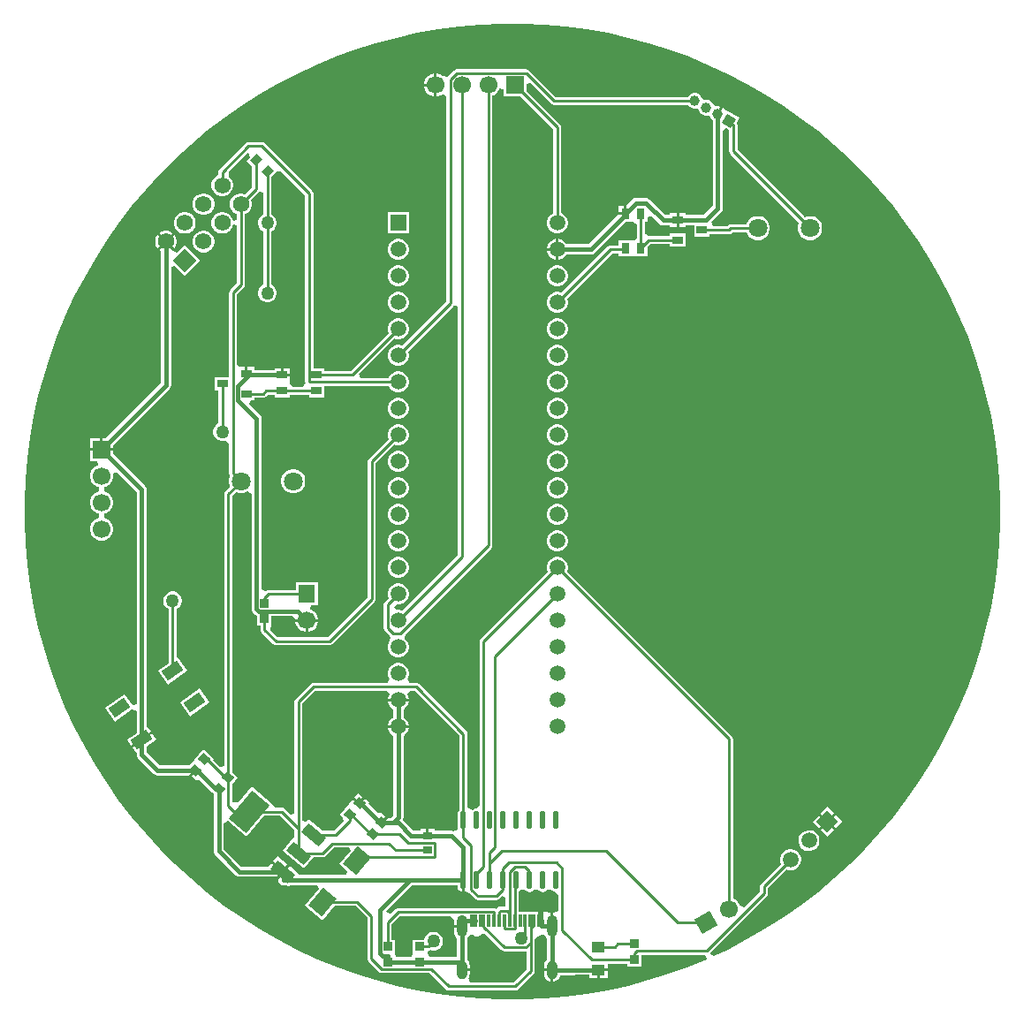
<source format=gtl>
G04*
G04 #@! TF.GenerationSoftware,Altium Limited,Altium Designer,24.6.1 (21)*
G04*
G04 Layer_Physical_Order=1*
G04 Layer_Color=255*
%FSLAX25Y25*%
%MOIN*%
G70*
G04*
G04 #@! TF.SameCoordinates,C93C9CB5-FBF7-4B20-BE99-6934CCFB3FDC*
G04*
G04*
G04 #@! TF.FilePolarity,Positive*
G04*
G01*
G75*
%ADD11C,0.01000*%
G04:AMPARAMS|DCode=17|XSize=86.61mil|YSize=66.93mil|CornerRadius=0mil|HoleSize=0mil|Usage=FLASHONLY|Rotation=230.000|XOffset=0mil|YOffset=0mil|HoleType=Round|Shape=Rectangle|*
%AMROTATEDRECTD17*
4,1,4,0.00220,0.05469,0.05347,0.01167,-0.00220,-0.05469,-0.05347,-0.01167,0.00220,0.05469,0.0*
%
%ADD17ROTATEDRECTD17*%

%ADD18O,0.02205X0.06870*%
%ADD19R,0.03937X0.03150*%
%ADD20R,0.02953X0.03937*%
G04:AMPARAMS|DCode=21|XSize=70.87mil|YSize=43.31mil|CornerRadius=0mil|HoleSize=0mil|Usage=FLASHONLY|Rotation=35.000|XOffset=0mil|YOffset=0mil|HoleType=Round|Shape=Rectangle|*
%AMROTATEDRECTD21*
4,1,4,-0.01661,-0.03806,-0.04145,-0.00259,0.01661,0.03806,0.04145,0.00259,-0.01661,-0.03806,0.0*
%
%ADD21ROTATEDRECTD21*%

%ADD22R,0.03937X0.02953*%
G04:AMPARAMS|DCode=23|XSize=137.8mil|YSize=86.61mil|CornerRadius=0mil|HoleSize=0mil|Usage=FLASHONLY|Rotation=50.000|XOffset=0mil|YOffset=0mil|HoleType=Round|Shape=Rectangle|*
%AMROTATEDRECTD23*
4,1,4,-0.01111,-0.08062,-0.07746,-0.02494,0.01111,0.08062,0.07746,0.02494,-0.01111,-0.08062,0.0*
%
%ADD23ROTATEDRECTD23*%

G04:AMPARAMS|DCode=24|XSize=43.31mil|YSize=86.61mil|CornerRadius=0mil|HoleSize=0mil|Usage=FLASHONLY|Rotation=50.000|XOffset=0mil|YOffset=0mil|HoleType=Round|Shape=Rectangle|*
%AMROTATEDRECTD24*
4,1,4,0.01926,-0.04443,-0.04709,0.01125,-0.01926,0.04443,0.04709,-0.01125,0.01926,-0.04443,0.0*
%
%ADD24ROTATEDRECTD24*%

G04:AMPARAMS|DCode=25|XSize=31.5mil|YSize=35.43mil|CornerRadius=0mil|HoleSize=0mil|Usage=FLASHONLY|Rotation=50.000|XOffset=0mil|YOffset=0mil|HoleType=Round|Shape=Rectangle|*
%AMROTATEDRECTD25*
4,1,4,0.00345,-0.02345,-0.02369,-0.00068,-0.00345,0.02345,0.02369,0.00068,0.00345,-0.02345,0.0*
%
%ADD25ROTATEDRECTD25*%

%ADD26R,0.03543X0.03150*%
%ADD27R,0.04921X0.03937*%
%ADD60R,0.01181X0.04528*%
%ADD61R,0.03402X0.03175*%
G04:AMPARAMS|DCode=62|XSize=31.75mil|YSize=34.02mil|CornerRadius=0mil|HoleSize=0mil|Usage=FLASHONLY|Rotation=135.000|XOffset=0mil|YOffset=0mil|HoleType=Round|Shape=Rectangle|*
%AMROTATEDRECTD62*
4,1,4,0.02325,0.00080,-0.00080,-0.02325,-0.02325,-0.00080,0.00080,0.02325,0.02325,0.00080,0.0*
%
%ADD62ROTATEDRECTD62*%

%ADD63C,0.01800*%
%ADD64R,0.06693X0.06693*%
%ADD65C,0.06693*%
%ADD66R,0.06693X0.06693*%
G04:AMPARAMS|DCode=67|XSize=66.93mil|YSize=62mil|CornerRadius=0mil|HoleSize=0mil|Usage=FLASHONLY|Rotation=30.000|XOffset=0mil|YOffset=0mil|HoleType=Round|Shape=Rectangle|*
%AMROTATEDRECTD67*
4,1,4,-0.01348,-0.04358,-0.04448,0.01011,0.01348,0.04358,0.04448,-0.01011,-0.01348,-0.04358,0.0*
%
%ADD67ROTATEDRECTD67*%

%ADD68C,0.05906*%
%ADD69P,0.08352X4X91.0*%
%ADD70O,0.03937X0.08268*%
%ADD71O,0.03937X0.07087*%
%ADD72C,0.07087*%
%ADD73P,0.05568X4X195.0*%
%ADD74C,0.03937*%
%ADD75P,0.08768X4X90.0*%
%ADD76C,0.06200*%
%ADD77R,0.05906X0.05906*%
%ADD78R,0.06200X0.06693*%
%ADD79C,0.05000*%
G36*
X-78129Y119466D02*
Y49000D01*
X-78068Y48693D01*
X-78602Y47686D01*
X-79001Y47193D01*
X-82726D01*
X-83833Y48140D01*
Y49092D01*
X-83833D01*
Y51069D01*
X-86802D01*
Y51569D01*
X-87302D01*
Y54045D01*
X-89770D01*
Y53506D01*
X-97306D01*
Y54602D01*
X-99774D01*
Y52027D01*
X-100774D01*
Y54602D01*
X-103243D01*
X-103813Y55866D01*
Y81981D01*
X-101276Y84519D01*
X-100945Y85015D01*
X-100828Y85600D01*
Y112236D01*
X-100775Y112250D01*
X-99840Y112790D01*
X-99077Y113554D01*
X-98537Y114488D01*
X-98258Y115531D01*
Y116611D01*
X-98537Y117654D01*
X-98565Y117701D01*
X-95516Y120750D01*
X-95432Y120875D01*
X-93932Y120437D01*
Y112159D01*
X-94552Y111801D01*
X-95204Y111149D01*
X-95664Y110351D01*
X-95903Y109461D01*
Y108539D01*
X-95664Y107649D01*
X-95204Y106851D01*
X-94552Y106199D01*
X-93932Y105842D01*
Y85659D01*
X-94552Y85301D01*
X-95204Y84649D01*
X-95664Y83851D01*
X-95903Y82961D01*
Y82039D01*
X-95664Y81149D01*
X-95204Y80351D01*
X-94552Y79699D01*
X-93754Y79238D01*
X-92864Y79000D01*
X-91942D01*
X-91052Y79238D01*
X-90254Y79699D01*
X-89602Y80351D01*
X-89141Y81149D01*
X-88903Y82039D01*
Y82961D01*
X-89141Y83851D01*
X-89602Y84649D01*
X-90254Y85301D01*
X-90873Y85659D01*
Y105842D01*
X-90254Y106199D01*
X-89602Y106851D01*
X-89141Y107649D01*
X-88903Y108539D01*
Y109461D01*
X-89141Y110351D01*
X-89602Y111149D01*
X-90254Y111801D01*
X-90873Y112159D01*
Y126273D01*
X-88663Y128483D01*
X-87176Y128513D01*
X-78129Y119466D01*
D02*
G37*
G36*
X12042Y183718D02*
X20044Y183017D01*
X28008Y181969D01*
X35918Y180574D01*
X43761Y178835D01*
X51520Y176756D01*
X59181Y174341D01*
X66729Y171594D01*
X74150Y168520D01*
X81431Y165125D01*
X88556Y161416D01*
X95512Y157399D01*
X102287Y153083D01*
X108867Y148476D01*
X115240Y143586D01*
X121393Y138423D01*
X127316Y132996D01*
X132996Y127316D01*
X138423Y121393D01*
X143586Y115240D01*
X148476Y108867D01*
X153083Y102287D01*
X157399Y95512D01*
X161416Y88556D01*
X165125Y81431D01*
X168520Y74150D01*
X171594Y66729D01*
X174341Y59181D01*
X176756Y51520D01*
X178835Y43761D01*
X180574Y35918D01*
X181969Y28008D01*
X183017Y20044D01*
X183718Y12042D01*
X184068Y4016D01*
Y0D01*
Y-4016D01*
X183718Y-12042D01*
X183017Y-20044D01*
X181969Y-28008D01*
X180574Y-35918D01*
X178835Y-43761D01*
X176756Y-51520D01*
X174341Y-59181D01*
X171594Y-66729D01*
X168520Y-74150D01*
X165125Y-81431D01*
X161416Y-88556D01*
X157399Y-95512D01*
X153083Y-102287D01*
X148476Y-108867D01*
X143586Y-115240D01*
X138423Y-121393D01*
X132996Y-127316D01*
X127316Y-132996D01*
X121393Y-138423D01*
X115240Y-143586D01*
X108867Y-148476D01*
X102287Y-153083D01*
X95512Y-157399D01*
X88556Y-161416D01*
X81431Y-165125D01*
X75995Y-167659D01*
X74393Y-166753D01*
X74710Y-166353D01*
X74382Y-166681D01*
Y-166681D01*
X74979Y-166083D01*
X96081Y-144981D01*
X96413Y-144485D01*
X96529Y-143900D01*
Y-141904D01*
X103464Y-134970D01*
X103519Y-135000D01*
X104529Y-135252D01*
X105569Y-135234D01*
X106570Y-134947D01*
X107462Y-134411D01*
X108185Y-133662D01*
X108689Y-132752D01*
X108941Y-131742D01*
X108923Y-130701D01*
X108636Y-129701D01*
X108100Y-128809D01*
X107352Y-128086D01*
X106441Y-127581D01*
X105431Y-127329D01*
X104391Y-127348D01*
X103390Y-127634D01*
X102498Y-128171D01*
X101775Y-128919D01*
X101271Y-129829D01*
X101019Y-130839D01*
X101037Y-131880D01*
X101302Y-132805D01*
X93919Y-140189D01*
X93587Y-140685D01*
X93471Y-141271D01*
Y-143266D01*
X87531Y-149206D01*
X87301Y-149218D01*
X85909Y-148707D01*
X85766Y-148176D01*
X85194Y-147185D01*
X84385Y-146375D01*
X83394Y-145803D01*
X83245Y-145763D01*
Y-85716D01*
X83129Y-85131D01*
X82797Y-84635D01*
X20685Y-22522D01*
X20953Y-21520D01*
Y-20480D01*
X20683Y-19474D01*
X20163Y-18573D01*
X19427Y-17837D01*
X18526Y-17317D01*
X17520Y-17047D01*
X16480D01*
X15474Y-17317D01*
X14573Y-17837D01*
X13837Y-18573D01*
X13317Y-19474D01*
X13047Y-20480D01*
Y-21520D01*
X13316Y-22522D01*
X-11981Y-47819D01*
X-12313Y-48315D01*
X-12429Y-48900D01*
Y-110590D01*
X-13500Y-111906D01*
X-14320Y-112069D01*
X-15016Y-112534D01*
X-16419Y-111952D01*
X-16971Y-111401D01*
Y-83800D01*
X-17087Y-83215D01*
X-17419Y-82719D01*
X-35219Y-64919D01*
X-35715Y-64587D01*
X-36300Y-64471D01*
X-38769D01*
X-39033Y-64213D01*
X-39573Y-62971D01*
X-39317Y-62526D01*
X-39047Y-61520D01*
Y-60480D01*
X-39317Y-59474D01*
X-39837Y-58573D01*
X-40573Y-57837D01*
X-41474Y-57317D01*
X-42480Y-57047D01*
X-43520D01*
X-44526Y-57317D01*
X-45427Y-57837D01*
X-46163Y-58573D01*
X-46683Y-59474D01*
X-46953Y-60480D01*
Y-61520D01*
X-46683Y-62526D01*
X-46426Y-62971D01*
X-46968Y-64213D01*
X-47231Y-64471D01*
X-75000D01*
X-75585Y-64587D01*
X-76081Y-64919D01*
X-81736Y-70573D01*
X-82067Y-71069D01*
X-82184Y-71654D01*
Y-113852D01*
X-83569Y-114426D01*
X-85919Y-112077D01*
X-86415Y-111745D01*
X-87000Y-111629D01*
X-89684D01*
X-90191Y-110541D01*
Y-110541D01*
X-98358Y-103688D01*
X-103241Y-109506D01*
X-105212Y-109630D01*
X-105699Y-109180D01*
Y-102878D01*
X-103450Y-100198D01*
X-105699Y-98311D01*
Y5982D01*
X-104298Y7383D01*
X-104096Y7266D01*
X-102940Y6957D01*
X-101744D01*
X-100589Y7266D01*
X-99937Y7643D01*
X-98803Y7188D01*
X-98437Y6859D01*
Y-36500D01*
X-98290Y-37241D01*
X-97870Y-37870D01*
X-96870Y-38870D01*
X-96241Y-39290D01*
X-96201Y-39298D01*
Y-43020D01*
X-95029D01*
Y-44500D01*
X-94913Y-45085D01*
X-94581Y-45581D01*
X-90181Y-49981D01*
X-89685Y-50313D01*
X-89100Y-50429D01*
X-69100D01*
X-68515Y-50313D01*
X-68019Y-49981D01*
X-51919Y-33881D01*
X-51587Y-33385D01*
X-51471Y-32800D01*
Y18367D01*
X-44522Y25315D01*
X-43520Y25047D01*
X-42480D01*
X-41474Y25317D01*
X-40573Y25837D01*
X-39837Y26573D01*
X-39317Y27474D01*
X-39047Y28480D01*
Y29520D01*
X-39317Y30526D01*
X-39837Y31427D01*
X-40573Y32163D01*
X-41474Y32683D01*
X-42480Y32953D01*
X-43520D01*
X-44526Y32683D01*
X-45427Y32163D01*
X-46163Y31427D01*
X-46683Y30526D01*
X-46953Y29520D01*
Y28480D01*
X-46685Y27478D01*
X-54081Y20081D01*
X-54413Y19585D01*
X-54529Y19000D01*
Y-32166D01*
X-69734Y-47371D01*
X-88467D01*
X-91318Y-44519D01*
X-90799Y-43020D01*
X-90799D01*
Y-39437D01*
X-83134D01*
X-81846Y-40428D01*
Y-40500D01*
X-77500D01*
X-73154D01*
Y-40428D01*
X-73450Y-39322D01*
X-74022Y-38331D01*
X-74831Y-37522D01*
X-75822Y-36950D01*
X-76208Y-36846D01*
X-76010Y-35346D01*
X-73400D01*
Y-26654D01*
X-81600D01*
Y-29471D01*
X-92000D01*
X-92585Y-29587D01*
X-93081Y-29919D01*
X-93177Y-30014D01*
X-94563Y-29440D01*
Y35200D01*
X-94710Y35941D01*
X-95130Y36570D01*
X-99147Y40586D01*
X-98573Y41972D01*
X-97306D01*
Y43018D01*
X-94100D01*
X-93515Y43134D01*
X-93019Y43466D01*
X-92350Y44134D01*
X-89770D01*
Y43187D01*
X-83833D01*
Y44134D01*
X-76771D01*
Y43187D01*
X-70833D01*
Y47471D01*
X-46681D01*
X-46163Y46573D01*
X-45427Y45837D01*
X-44526Y45317D01*
X-43520Y45047D01*
X-42480D01*
X-41474Y45317D01*
X-40573Y45837D01*
X-39837Y46573D01*
X-39317Y47474D01*
X-39047Y48480D01*
Y49520D01*
X-39317Y50526D01*
X-39837Y51427D01*
X-40573Y52163D01*
X-41474Y52683D01*
X-42480Y52953D01*
X-43520D01*
X-44526Y52683D01*
X-45427Y52163D01*
X-46163Y51427D01*
X-46681Y50529D01*
X-57348D01*
X-57922Y51915D01*
X-44522Y65316D01*
X-43520Y65047D01*
X-42480D01*
X-41474Y65317D01*
X-40573Y65837D01*
X-39837Y66573D01*
X-39317Y67474D01*
X-39047Y68480D01*
Y69520D01*
X-39317Y70526D01*
X-39837Y71427D01*
X-40573Y72163D01*
X-41474Y72683D01*
X-42480Y72953D01*
X-43520D01*
X-44526Y72683D01*
X-45427Y72163D01*
X-46163Y71427D01*
X-46683Y70526D01*
X-46953Y69520D01*
Y68480D01*
X-46685Y67478D01*
X-61065Y53098D01*
X-70833D01*
Y54045D01*
X-75071D01*
Y120100D01*
X-75187Y120685D01*
X-75519Y121181D01*
X-93419Y139081D01*
X-93915Y139413D01*
X-94500Y139529D01*
X-99500D01*
X-100085Y139413D01*
X-100581Y139081D01*
X-110510Y129152D01*
X-110842Y128656D01*
X-110958Y128071D01*
Y126977D01*
X-111012Y126963D01*
X-111946Y126423D01*
X-112710Y125660D01*
X-113250Y124725D01*
X-113529Y123682D01*
Y122602D01*
X-113250Y121560D01*
X-112710Y120625D01*
X-111946Y119861D01*
X-111012Y119322D01*
X-109969Y119042D01*
X-108889D01*
X-107846Y119322D01*
X-106912Y119861D01*
X-106148Y120625D01*
X-105608Y121560D01*
X-105329Y122602D01*
Y123682D01*
X-105608Y124725D01*
X-106148Y125660D01*
X-106912Y126423D01*
X-107083Y128254D01*
X-99759Y135579D01*
X-99457Y135519D01*
X-98963Y133891D01*
X-100337Y132517D01*
X-98127Y130307D01*
Y122465D01*
X-100728Y119864D01*
X-100775Y119892D01*
X-101818Y120171D01*
X-102898D01*
X-103940Y119892D01*
X-104875Y119352D01*
X-105639Y118588D01*
X-106178Y117654D01*
X-106458Y116611D01*
Y115531D01*
X-106178Y114488D01*
X-105639Y113554D01*
X-104875Y112790D01*
X-103940Y112250D01*
X-103887Y112236D01*
Y109954D01*
X-105387Y109757D01*
X-105608Y110582D01*
X-106148Y111518D01*
X-106912Y112281D01*
X-107846Y112821D01*
X-108889Y113100D01*
X-109969D01*
X-111012Y112821D01*
X-111946Y112281D01*
X-112710Y111518D01*
X-113250Y110582D01*
X-113529Y109540D01*
Y108460D01*
X-113250Y107418D01*
X-112710Y106483D01*
X-111946Y105719D01*
X-111012Y105179D01*
X-109969Y104900D01*
X-108889D01*
X-107846Y105179D01*
X-106912Y105719D01*
X-106148Y106483D01*
X-105608Y107418D01*
X-105387Y108243D01*
X-103887Y108046D01*
Y86234D01*
X-106424Y83696D01*
X-106756Y83200D01*
X-106872Y82615D01*
Y50862D01*
X-112298D01*
Y45713D01*
X-110829D01*
Y33358D01*
X-111449Y33001D01*
X-112101Y32349D01*
X-112562Y31551D01*
X-112800Y30661D01*
Y29739D01*
X-112562Y28849D01*
X-112101Y28051D01*
X-111449Y27399D01*
X-110651Y26939D01*
X-109761Y26700D01*
X-108839D01*
X-108372Y26825D01*
X-107257Y26225D01*
X-106872Y25828D01*
Y14499D01*
X-106756Y13914D01*
X-106455Y13464D01*
X-106576Y13254D01*
X-106886Y12098D01*
Y10902D01*
X-106576Y9746D01*
X-106460Y9546D01*
X-108310Y7697D01*
X-108641Y7201D01*
X-108758Y6615D01*
Y-95808D01*
X-110144Y-96382D01*
X-112851Y-93675D01*
X-112450Y-93198D01*
X-116697Y-89635D01*
X-120007Y-93580D01*
D01*
X-120971Y-94729D01*
X-121764Y-95674D01*
X-132986D01*
X-137883Y-90777D01*
Y-88474D01*
X-134283Y-85953D01*
X-135812Y-83770D01*
X-139534Y-86376D01*
X-143255Y-88982D01*
X-141758Y-91121D01*
Y-91580D01*
X-141610Y-92321D01*
X-141190Y-92949D01*
X-135159Y-98981D01*
X-134530Y-99401D01*
X-133789Y-99548D01*
X-122050D01*
X-120154Y-97290D01*
X-119388Y-97933D01*
X-121043Y-99905D01*
X-119303Y-101365D01*
X-119303D01*
X-117849Y-101302D01*
X-114458Y-104693D01*
X-114550Y-104802D01*
X-113301Y-105850D01*
X-113170Y-105981D01*
X-113046Y-106064D01*
X-112709Y-106347D01*
Y-128007D01*
X-112561Y-128749D01*
X-112141Y-129377D01*
X-104370Y-137148D01*
X-103741Y-137568D01*
X-103000Y-137716D01*
X-89090D01*
X-88892Y-137882D01*
X-87179Y-135840D01*
X-90879Y-132735D01*
X-91808Y-133841D01*
X-102198D01*
X-108834Y-127205D01*
Y-117454D01*
X-107334Y-116754D01*
X-100334Y-122628D01*
X-93670Y-114687D01*
X-87634D01*
X-82184Y-120137D01*
Y-122748D01*
X-82703Y-122991D01*
X-82703D01*
X-86772Y-127840D01*
X-78605Y-134693D01*
X-74979Y-130371D01*
X-71500D01*
X-70915Y-130255D01*
X-70419Y-129923D01*
X-67225Y-126729D01*
X-61733D01*
X-61099Y-128089D01*
X-65264Y-133053D01*
X-62165Y-135653D01*
X-62678Y-137063D01*
X-80225D01*
X-80356Y-136780D01*
Y-136780D01*
X-84057Y-133675D01*
X-86092Y-136100D01*
X-88337Y-138776D01*
Y-139000D01*
X-88190Y-139741D01*
X-87770Y-140370D01*
X-87141Y-140790D01*
X-86400Y-140937D01*
X-85251D01*
X-84426Y-141630D01*
X-83845Y-140937D01*
X-73655D01*
X-73021Y-142297D01*
X-78248Y-148527D01*
X-71589Y-154114D01*
X-67102Y-148766D01*
X-59096D01*
X-54729Y-153133D01*
Y-168500D01*
X-54613Y-169085D01*
X-54281Y-169581D01*
X-50282Y-173581D01*
X-49785Y-173913D01*
X-49200Y-174029D01*
X-31334D01*
X-25181Y-180181D01*
X-24685Y-180513D01*
X-24100Y-180629D01*
X1000D01*
X1585Y-180513D01*
X2081Y-180181D01*
X7981Y-174281D01*
X8313Y-173785D01*
X8429Y-173200D01*
Y-162500D01*
Y-161544D01*
X8461Y-161456D01*
X8995Y-160445D01*
X9834Y-160155D01*
X10300Y-159965D01*
X10375Y-159890D01*
X10474Y-159851D01*
X10695Y-159634D01*
X10831Y-159604D01*
X11774Y-159653D01*
X12346Y-159879D01*
X12415Y-160046D01*
X12891Y-160667D01*
X13071Y-160805D01*
Y-169011D01*
X12891Y-169149D01*
X12415Y-169769D01*
X12116Y-170491D01*
X12014Y-171266D01*
Y-172341D01*
X15008D01*
Y-172841D01*
X15508D01*
Y-177344D01*
X15783Y-177308D01*
X16505Y-177009D01*
X17125Y-176533D01*
X17601Y-175913D01*
X17900Y-175191D01*
X17954Y-174778D01*
X23700D01*
X23750Y-174768D01*
X29039D01*
Y-175800D01*
X32000D01*
Y-172831D01*
X32500D01*
Y-172331D01*
X35961D01*
Y-170495D01*
X43299D01*
Y-171554D01*
X48701D01*
Y-167129D01*
X72360D01*
X72925Y-167671D01*
X73413Y-168583D01*
X73303Y-168871D01*
X66729Y-171594D01*
X59181Y-174341D01*
X51520Y-176756D01*
X43761Y-178835D01*
X35918Y-180574D01*
X28008Y-181969D01*
X20044Y-183017D01*
X12042Y-183718D01*
X4016Y-184068D01*
X-4016D01*
X-12042Y-183718D01*
X-20044Y-183017D01*
X-28008Y-181969D01*
X-35918Y-180574D01*
X-43761Y-178835D01*
X-51520Y-176756D01*
X-59181Y-174341D01*
X-66729Y-171594D01*
X-74150Y-168520D01*
X-81431Y-165125D01*
X-88556Y-161416D01*
X-95512Y-157399D01*
X-102287Y-153083D01*
X-108867Y-148476D01*
X-115240Y-143586D01*
X-121393Y-138423D01*
X-127316Y-132996D01*
X-132996Y-127316D01*
X-138423Y-121393D01*
X-143586Y-115240D01*
X-148476Y-108867D01*
X-153083Y-102287D01*
X-157399Y-95512D01*
X-161416Y-88556D01*
X-165125Y-81431D01*
X-168520Y-74150D01*
X-171594Y-66729D01*
X-174341Y-59181D01*
X-176756Y-51520D01*
X-178835Y-43761D01*
X-180574Y-35918D01*
X-181969Y-28008D01*
X-183017Y-20044D01*
X-183718Y-12042D01*
X-184068Y-4016D01*
Y0D01*
Y4016D01*
X-183718Y12042D01*
X-183017Y20044D01*
X-181969Y28008D01*
X-180574Y35918D01*
X-178835Y43761D01*
X-176756Y51520D01*
X-174341Y59181D01*
X-171594Y66729D01*
X-168520Y74150D01*
X-165125Y81431D01*
X-161416Y88556D01*
X-157399Y95512D01*
X-153083Y102287D01*
X-148476Y108867D01*
X-143586Y115240D01*
X-138423Y121393D01*
X-132996Y127316D01*
X-127316Y132996D01*
X-121393Y138423D01*
X-115240Y143586D01*
X-108867Y148476D01*
X-102287Y153083D01*
X-95512Y157399D01*
X-88556Y161416D01*
X-81431Y165125D01*
X-74150Y168520D01*
X-66729Y171594D01*
X-59181Y174341D01*
X-51520Y176756D01*
X-43761Y178835D01*
X-35918Y180574D01*
X-28008Y181969D01*
X-20044Y183017D01*
X-12042Y183718D01*
X-4016Y184068D01*
X4016D01*
X12042Y183718D01*
D02*
G37*
G36*
X-20029Y-84434D02*
Y-112554D01*
X-20480Y-113229D01*
X-20643Y-114049D01*
Y-118715D01*
X-20480Y-119535D01*
X-20618Y-119793D01*
X-20683Y-119862D01*
X-22259Y-120454D01*
X-23000Y-120307D01*
X-29228D01*
Y-119669D01*
X-31500D01*
Y-122244D01*
X-32500D01*
Y-119669D01*
X-34772D01*
Y-120307D01*
X-37442D01*
X-41374Y-116375D01*
X-41210Y-116130D01*
X-41063Y-115389D01*
Y-84446D01*
X-40573Y-84163D01*
X-39837Y-83427D01*
X-39317Y-82526D01*
X-39047Y-81520D01*
Y-81500D01*
X-46953D01*
Y-81520D01*
X-46683Y-82526D01*
X-46163Y-83427D01*
X-45427Y-84163D01*
X-44937Y-84446D01*
Y-114586D01*
X-45802Y-115452D01*
X-46950D01*
X-48845Y-117710D01*
X-49611Y-117067D01*
X-47956Y-115095D01*
X-49697Y-113635D01*
X-49697D01*
X-50768Y-113682D01*
X-54316Y-110134D01*
X-53950Y-109698D01*
X-55690Y-108238D01*
X-57345Y-110210D01*
X-57728Y-109889D01*
X-58050Y-110272D01*
X-60173Y-108490D01*
X-60806Y-109244D01*
X-61720Y-110334D01*
X-61740Y-110357D01*
X-61740Y-110357D01*
X-65050Y-114302D01*
X-63827Y-115328D01*
X-63761Y-116827D01*
X-67311Y-120376D01*
X-71732D01*
X-76883Y-116054D01*
X-77715Y-117046D01*
X-79125Y-116533D01*
Y-72288D01*
X-74366Y-67529D01*
X-47231D01*
X-46968Y-67787D01*
X-46426Y-69029D01*
X-46683Y-69474D01*
X-46953Y-70480D01*
Y-70500D01*
X-39047D01*
Y-70480D01*
X-39317Y-69474D01*
X-39573Y-69029D01*
X-39033Y-67787D01*
X-38769Y-67529D01*
X-36933D01*
X-20029Y-84434D01*
D02*
G37*
G36*
X-18000Y-143377D02*
X-17680Y-143313D01*
X-16581Y-143581D01*
X-16183Y-143980D01*
X-14081Y-146081D01*
X-13585Y-146413D01*
X-13000Y-146529D01*
X-6000D01*
X-5415Y-146413D01*
X-4919Y-146081D01*
X-3931Y-145094D01*
X-2545Y-145668D01*
Y-148924D01*
X-4367D01*
X-4953Y-149040D01*
X-5449Y-149372D01*
X-5933Y-149856D01*
X-6336Y-149587D01*
X-6921Y-149471D01*
X-43000D01*
X-43585Y-149587D01*
X-44082Y-149919D01*
X-45835Y-151672D01*
X-47428Y-151144D01*
X-47515Y-150554D01*
X-37898Y-140937D01*
X-20643D01*
Y-141333D01*
X-20480Y-142153D01*
X-20016Y-142848D01*
X-19320Y-143313D01*
X-19000Y-143377D01*
Y-139000D01*
X-18000D01*
Y-143377D01*
D02*
G37*
G36*
X14833Y-142622D02*
X14985Y-142848D01*
X15680Y-143313D01*
X16500Y-143476D01*
X17356Y-144835D01*
Y-150419D01*
X17242Y-150581D01*
X15856Y-151357D01*
X15783Y-151327D01*
X15508Y-151290D01*
Y-156384D01*
X14508D01*
Y-151290D01*
X14280Y-151320D01*
X14222Y-151323D01*
X12779Y-150895D01*
Y-150895D01*
X11689D01*
Y-154159D01*
X10689D01*
Y-150895D01*
X10508D01*
Y-154159D01*
X9630D01*
Y-150895D01*
X2482D01*
Y-143205D01*
X3016Y-142848D01*
X3167Y-142623D01*
X3277Y-142584D01*
X4723D01*
X4834Y-142623D01*
X4984Y-142848D01*
X5680Y-143313D01*
X6500Y-143476D01*
X7320Y-143313D01*
X8016Y-142848D01*
X8167Y-142622D01*
X8278Y-142584D01*
X9722D01*
X9833Y-142622D01*
X9984Y-142848D01*
X10680Y-143313D01*
X11500Y-143476D01*
X12320Y-143313D01*
X13016Y-142848D01*
X13167Y-142622D01*
X13278Y-142584D01*
X14722D01*
X14833Y-142622D01*
D02*
G37*
G36*
X-10209Y-159312D02*
X-4139Y-165381D01*
X-3643Y-165713D01*
X-3058Y-165829D01*
X5100D01*
X5371Y-166051D01*
Y-172566D01*
X366Y-177571D01*
X-15890D01*
X-15936Y-177522D01*
X-16536Y-176071D01*
X-16415Y-175913D01*
X-16116Y-175191D01*
X-16014Y-174416D01*
Y-173341D01*
X-19008D01*
Y-172341D01*
X-16014D01*
Y-171266D01*
X-16116Y-170491D01*
X-16415Y-169769D01*
X-16891Y-169149D01*
X-17071Y-169011D01*
Y-160805D01*
X-16891Y-160667D01*
X-16415Y-160046D01*
X-16345Y-159879D01*
X-15772Y-159652D01*
X-14831Y-159604D01*
X-14694Y-159634D01*
X-14473Y-159851D01*
X-14374Y-159891D01*
X-14299Y-159966D01*
X-13833Y-160155D01*
X-13727Y-160155D01*
X-13629Y-160196D01*
X-13126Y-160196D01*
X-13028Y-160155D01*
X-12922Y-160155D01*
X-12456Y-159965D01*
X-12381Y-159890D01*
X-12282Y-159851D01*
X-11924Y-159499D01*
X-11373Y-159318D01*
X-10252Y-159295D01*
X-10209Y-159312D01*
D02*
G37*
G36*
X-22808Y-152777D02*
X-21977Y-154029D01*
X-22002Y-154219D01*
Y-155884D01*
X-19008D01*
Y-156884D01*
X-22002D01*
Y-158549D01*
X-21900Y-159324D01*
X-21601Y-160046D01*
X-21125Y-160667D01*
X-20945Y-160805D01*
Y-168029D01*
X-31231D01*
X-32052Y-166529D01*
X-31734Y-165563D01*
X-31149Y-165447D01*
X-30923Y-165296D01*
X-30161Y-165500D01*
X-29239D01*
X-28349Y-165261D01*
X-27551Y-164801D01*
X-26899Y-164149D01*
X-26439Y-163351D01*
X-26200Y-162461D01*
Y-161539D01*
X-26439Y-160649D01*
X-26899Y-159851D01*
X-27551Y-159199D01*
X-28349Y-158739D01*
X-29239Y-158500D01*
X-30161D01*
X-31051Y-158739D01*
X-31849Y-159199D01*
X-32501Y-159851D01*
X-32961Y-160649D01*
X-33175Y-161446D01*
X-37701D01*
Y-165878D01*
X-37701Y-166622D01*
X-37925Y-168029D01*
X-44075D01*
X-44299Y-166622D01*
X-44299Y-166621D01*
Y-161446D01*
X-45471D01*
Y-155633D01*
X-42366Y-152529D01*
X-23145D01*
X-22808Y-152777D01*
D02*
G37*
%LPC*%
G36*
X-83833Y54045D02*
X-86302D01*
Y52069D01*
X-83833D01*
Y54045D01*
D02*
G37*
G36*
X5300Y166929D02*
X-21000D01*
X-21585Y166813D01*
X-22081Y166481D01*
X-24194Y164369D01*
X-24698Y164103D01*
X-26095Y164242D01*
X-26331Y164478D01*
X-27322Y165050D01*
X-28428Y165347D01*
X-28500D01*
Y161000D01*
Y156653D01*
X-28428D01*
X-27322Y156950D01*
X-26429Y157465D01*
X-26003Y157354D01*
X-24929Y156802D01*
Y79233D01*
X-41478Y62685D01*
X-42480Y62953D01*
X-43520D01*
X-44526Y62683D01*
X-45427Y62163D01*
X-46163Y61427D01*
X-46683Y60526D01*
X-46953Y59520D01*
Y58480D01*
X-46683Y57474D01*
X-46163Y56573D01*
X-45427Y55837D01*
X-44526Y55317D01*
X-43520Y55047D01*
X-42480D01*
X-41474Y55317D01*
X-40573Y55837D01*
X-39837Y56573D01*
X-39317Y57474D01*
X-39047Y58480D01*
Y59520D01*
X-39316Y60522D01*
X-22319Y77519D01*
X-22029Y77951D01*
X-21917Y77973D01*
X-20529Y77533D01*
Y-16366D01*
X-41478Y-37315D01*
X-42480Y-37047D01*
X-43520D01*
X-44502Y-36087D01*
X-43788Y-35262D01*
X-43277Y-34953D01*
X-42480D01*
X-41474Y-34683D01*
X-40573Y-34163D01*
X-39837Y-33427D01*
X-39317Y-32526D01*
X-39047Y-31520D01*
Y-30480D01*
X-39317Y-29474D01*
X-39837Y-28573D01*
X-40573Y-27837D01*
X-41474Y-27317D01*
X-42480Y-27047D01*
X-43520D01*
X-44526Y-27317D01*
X-45427Y-27837D01*
X-46163Y-28573D01*
X-46683Y-29474D01*
X-46953Y-30480D01*
Y-31520D01*
X-46685Y-32522D01*
X-48081Y-33919D01*
X-48413Y-34415D01*
X-48529Y-35000D01*
Y-44000D01*
X-48413Y-44585D01*
X-48081Y-45081D01*
X-46371Y-46791D01*
X-46083Y-47111D01*
X-46162Y-48559D01*
X-46213Y-48660D01*
X-46683Y-49474D01*
X-46953Y-50480D01*
Y-51520D01*
X-46683Y-52526D01*
X-46163Y-53427D01*
X-45427Y-54163D01*
X-44526Y-54683D01*
X-43520Y-54953D01*
X-42480D01*
X-41474Y-54683D01*
X-40573Y-54163D01*
X-39837Y-53427D01*
X-39317Y-52526D01*
X-39047Y-51520D01*
Y-50480D01*
X-39317Y-49474D01*
X-39837Y-48573D01*
X-40264Y-48147D01*
X-40569Y-47806D01*
X-40363Y-46226D01*
X-7919Y-13781D01*
X-7587Y-13285D01*
X-7471Y-12700D01*
Y156910D01*
X-7322Y156950D01*
X-6331Y157522D01*
X-5522Y158331D01*
X-4950Y159322D01*
X-4846Y159708D01*
X-3347Y159510D01*
Y156653D01*
X3184D01*
X15471Y144367D01*
Y112681D01*
X14573Y112163D01*
X13837Y111427D01*
X13317Y110526D01*
X13047Y109520D01*
Y108480D01*
X13317Y107474D01*
X13837Y106573D01*
X14573Y105837D01*
X15474Y105317D01*
X16480Y105047D01*
X17520D01*
X18526Y105317D01*
X19427Y105837D01*
X20163Y106573D01*
X20683Y107474D01*
X20953Y108480D01*
Y109520D01*
X20683Y110526D01*
X20163Y111427D01*
X19427Y112163D01*
X18529Y112681D01*
Y145000D01*
X18413Y145585D01*
X18081Y146081D01*
X5347Y158816D01*
Y161231D01*
X6732Y161805D01*
X14619Y153919D01*
X15115Y153587D01*
X15700Y153471D01*
X66295D01*
X66464Y153177D01*
X67017Y152625D01*
X67694Y152234D01*
X68449Y152032D01*
X69231D01*
X70051Y152097D01*
X70404Y151354D01*
X70794Y150677D01*
X71347Y150125D01*
X72024Y149734D01*
X72779Y149531D01*
X73561D01*
X74381Y149597D01*
X74734Y148854D01*
X75125Y148177D01*
X75563Y147739D01*
Y115302D01*
X72198Y111937D01*
X65469D01*
Y112575D01*
X63000D01*
Y110000D01*
Y107425D01*
X65469D01*
Y108063D01*
X68587D01*
Y103685D01*
X74524D01*
Y104731D01*
X81700D01*
X82285Y104847D01*
X82781Y105179D01*
X83074Y105471D01*
X88364D01*
X88424Y105246D01*
X89022Y104210D01*
X89868Y103365D01*
X90904Y102766D01*
X92059Y102457D01*
X93256D01*
X94411Y102766D01*
X95447Y103365D01*
X96293Y104210D01*
X96891Y105246D01*
X97201Y106402D01*
Y107598D01*
X96891Y108754D01*
X96293Y109790D01*
X95447Y110635D01*
X94411Y111234D01*
X93256Y111543D01*
X92059D01*
X90904Y111234D01*
X89868Y110635D01*
X89022Y109790D01*
X88424Y108754D01*
X88364Y108529D01*
X82440D01*
X81855Y108413D01*
X81359Y108081D01*
X81067Y107789D01*
X75650D01*
X75029Y109289D01*
X78870Y113130D01*
X79290Y113759D01*
X79437Y114500D01*
Y143887D01*
X80670Y144599D01*
X81871Y143906D01*
Y135944D01*
X81987Y135359D01*
X82319Y134862D01*
X108225Y108956D01*
X108109Y108754D01*
X107799Y107598D01*
Y106402D01*
X108109Y105246D01*
X108707Y104210D01*
X109553Y103365D01*
X110589Y102766D01*
X111744Y102457D01*
X112941D01*
X114096Y102766D01*
X115132Y103365D01*
X115978Y104210D01*
X116576Y105246D01*
X116886Y106402D01*
Y107598D01*
X116576Y108754D01*
X115978Y109790D01*
X115132Y110635D01*
X114096Y111234D01*
X112941Y111543D01*
X111744D01*
X110589Y111234D01*
X110389Y111118D01*
X84929Y136577D01*
Y145930D01*
X84813Y146516D01*
X84747Y146615D01*
X85885Y148587D01*
X80744Y151555D01*
D01*
X79426Y152272D01*
X79403Y152295D01*
X77933Y149750D01*
X77067Y150250D01*
X78537Y152796D01*
X77891Y152969D01*
X77109D01*
X76289Y152903D01*
X75936Y153646D01*
X75545Y154323D01*
X74993Y154875D01*
X74316Y155266D01*
X73561Y155468D01*
X72779D01*
X71959Y155403D01*
X71606Y156146D01*
X71215Y156823D01*
X70662Y157375D01*
X69986Y157766D01*
X69231Y157968D01*
X68449D01*
X67694Y157766D01*
X67017Y157375D01*
X66464Y156823D01*
X66295Y156529D01*
X16333D01*
X6381Y166481D01*
X5885Y166813D01*
X5300Y166929D01*
D02*
G37*
G36*
X-29500Y165347D02*
X-29572D01*
X-30678Y165050D01*
X-31669Y164478D01*
X-32478Y163669D01*
X-33050Y162678D01*
X-33346Y161572D01*
Y161500D01*
X-29500D01*
Y165347D01*
D02*
G37*
G36*
Y160500D02*
X-33346D01*
Y160428D01*
X-33050Y159322D01*
X-32478Y158331D01*
X-31669Y157522D01*
X-30678Y156950D01*
X-29572Y156653D01*
X-29500D01*
Y160500D01*
D02*
G37*
G36*
X42095Y115469D02*
X40118D01*
Y113000D01*
X42095D01*
Y115469D01*
D02*
G37*
G36*
X-115960Y120171D02*
X-117040D01*
X-118082Y119892D01*
X-119018Y119352D01*
X-119781Y118588D01*
X-120321Y117654D01*
X-120600Y116611D01*
Y115531D01*
X-120321Y114488D01*
X-119781Y113554D01*
X-119018Y112790D01*
X-118082Y112250D01*
X-117040Y111971D01*
X-115960D01*
X-114918Y112250D01*
X-113982Y112790D01*
X-113219Y113554D01*
X-112679Y114488D01*
X-112400Y115531D01*
Y116611D01*
X-112679Y117654D01*
X-113219Y118588D01*
X-113982Y119352D01*
X-114918Y119892D01*
X-115960Y120171D01*
D02*
G37*
G36*
X50416Y118421D02*
X46578D01*
X45837Y118274D01*
X45209Y117854D01*
X43095Y115740D01*
Y112500D01*
X42595D01*
Y112000D01*
X39855D01*
X28792Y100937D01*
X20446D01*
X20163Y101427D01*
X19427Y102163D01*
X18526Y102683D01*
X17520Y102953D01*
X17500D01*
Y99000D01*
Y95047D01*
X17520D01*
X18526Y95317D01*
X19427Y95837D01*
X20163Y96573D01*
X20446Y97063D01*
X29595D01*
X30336Y97210D01*
X30964Y97630D01*
X42866Y109531D01*
X44524D01*
X45071Y109531D01*
Y109531D01*
X45471D01*
X46971Y108424D01*
Y103529D01*
X45910Y102469D01*
X45071D01*
X44524Y102469D01*
X40118D01*
Y100529D01*
X37000D01*
X36415Y100413D01*
X35919Y100081D01*
X18522Y82684D01*
X17520Y82953D01*
X16480D01*
X15474Y82683D01*
X14573Y82163D01*
X13837Y81427D01*
X13317Y80526D01*
X13047Y79520D01*
Y78480D01*
X13317Y77474D01*
X13837Y76573D01*
X14573Y75837D01*
X15474Y75317D01*
X16480Y75047D01*
X17520D01*
X18526Y75317D01*
X19427Y75837D01*
X20163Y76573D01*
X20683Y77474D01*
X20953Y78480D01*
Y79520D01*
X20685Y80522D01*
X37633Y97471D01*
X40118D01*
Y96531D01*
X44524D01*
X46024Y96531D01*
X46571Y96531D01*
X50976D01*
Y99813D01*
X52153Y100990D01*
X59531D01*
Y99945D01*
X65469D01*
Y105094D01*
X59531D01*
Y104049D01*
X51520D01*
X50228Y104868D01*
X50029Y105132D01*
Y109531D01*
X50976D01*
Y111224D01*
X52362Y111798D01*
X55530Y108630D01*
X56159Y108210D01*
X56900Y108063D01*
X59531D01*
Y107425D01*
X62000D01*
Y110000D01*
Y112575D01*
X59531D01*
Y111937D01*
X57702D01*
X51786Y117854D01*
X51157Y118274D01*
X50416Y118421D01*
D02*
G37*
G36*
X-39047Y112953D02*
X-46953D01*
Y105047D01*
X-39047D01*
Y112953D01*
D02*
G37*
G36*
X-123031Y113100D02*
X-124111D01*
X-125154Y112821D01*
X-126089Y112281D01*
X-126852Y111518D01*
X-127392Y110582D01*
X-127671Y109540D01*
Y108460D01*
X-127392Y107418D01*
X-126852Y106483D01*
X-126089Y105719D01*
X-125154Y105179D01*
X-124111Y104900D01*
X-123031D01*
X-121988Y105179D01*
X-121054Y105719D01*
X-120290Y106483D01*
X-119750Y107418D01*
X-119471Y108460D01*
Y109540D01*
X-119750Y110582D01*
X-120290Y111518D01*
X-121054Y112281D01*
X-121988Y112821D01*
X-123031Y113100D01*
D02*
G37*
G36*
X-130102Y106029D02*
X-131182D01*
X-132225Y105750D01*
X-133160Y105210D01*
X-133188Y105182D01*
X-130642Y102636D01*
X-128097Y105182D01*
X-128125Y105210D01*
X-129060Y105750D01*
X-130102Y106029D01*
D02*
G37*
G36*
X16500Y102953D02*
X16480D01*
X15474Y102683D01*
X14573Y102163D01*
X13837Y101427D01*
X13317Y100526D01*
X13047Y99520D01*
Y99500D01*
X16500D01*
Y102953D01*
D02*
G37*
G36*
X-127390Y104475D02*
X-129935Y101929D01*
X-127390Y99383D01*
X-127361Y99411D01*
X-126822Y100347D01*
X-126542Y101389D01*
Y102469D01*
X-126822Y103512D01*
X-127361Y104446D01*
X-127390Y104475D01*
D02*
G37*
G36*
X-133895D02*
X-133923Y104446D01*
X-134463Y103512D01*
X-134742Y102469D01*
Y101389D01*
X-134463Y100347D01*
X-133923Y99411D01*
X-133895Y99383D01*
X-131349Y101929D01*
X-133895Y104475D01*
D02*
G37*
G36*
X-115960Y106029D02*
X-117040D01*
X-118082Y105750D01*
X-119018Y105210D01*
X-119781Y104446D01*
X-120321Y103512D01*
X-120600Y102469D01*
Y101389D01*
X-120321Y100347D01*
X-119781Y99411D01*
X-119018Y98648D01*
X-118082Y98108D01*
X-117040Y97829D01*
X-115960D01*
X-114918Y98108D01*
X-113982Y98648D01*
X-113219Y99411D01*
X-112679Y100347D01*
X-112400Y101389D01*
Y102469D01*
X-112679Y103512D01*
X-113219Y104446D01*
X-113982Y105210D01*
X-114918Y105750D01*
X-115960Y106029D01*
D02*
G37*
G36*
X16500Y98500D02*
X13047D01*
Y98480D01*
X13317Y97474D01*
X13837Y96573D01*
X14573Y95837D01*
X15474Y95317D01*
X16480Y95047D01*
X16500D01*
Y98500D01*
D02*
G37*
G36*
X-42480Y102953D02*
X-43520D01*
X-44526Y102683D01*
X-45427Y102163D01*
X-46163Y101427D01*
X-46683Y100526D01*
X-46953Y99520D01*
Y98480D01*
X-46683Y97474D01*
X-46163Y96573D01*
X-45427Y95837D01*
X-44526Y95317D01*
X-43520Y95047D01*
X-42480D01*
X-41474Y95317D01*
X-40573Y95837D01*
X-39837Y96573D01*
X-39317Y97474D01*
X-39047Y98480D01*
Y99520D01*
X-39317Y100526D01*
X-39837Y101427D01*
X-40573Y102163D01*
X-41474Y102683D01*
X-42480Y102953D01*
D02*
G37*
G36*
X-130642Y101222D02*
X-133188Y98676D01*
X-133160Y98648D01*
X-132579Y98313D01*
Y48660D01*
X-153393Y27846D01*
X-154500D01*
Y24000D01*
X-150654D01*
Y25107D01*
X-129272Y46488D01*
X-128852Y47116D01*
X-128705Y47858D01*
Y92234D01*
X-127319Y92808D01*
X-123571Y89060D01*
X-117773Y94858D01*
X-123571Y100656D01*
X-126414Y97813D01*
X-127300Y97930D01*
X-127982Y98366D01*
X-127978Y98557D01*
X-130642Y101222D01*
D02*
G37*
G36*
X17520Y92953D02*
X16480D01*
X15474Y92683D01*
X14573Y92163D01*
X13837Y91427D01*
X13317Y90526D01*
X13047Y89520D01*
Y88480D01*
X13317Y87474D01*
X13837Y86573D01*
X14573Y85837D01*
X15474Y85317D01*
X16480Y85047D01*
X17520D01*
X18526Y85317D01*
X19427Y85837D01*
X20163Y86573D01*
X20683Y87474D01*
X20953Y88480D01*
Y89520D01*
X20683Y90526D01*
X20163Y91427D01*
X19427Y92163D01*
X18526Y92683D01*
X17520Y92953D01*
D02*
G37*
G36*
X-42480D02*
X-43520D01*
X-44526Y92683D01*
X-45427Y92163D01*
X-46163Y91427D01*
X-46683Y90526D01*
X-46953Y89520D01*
Y88480D01*
X-46683Y87474D01*
X-46163Y86573D01*
X-45427Y85837D01*
X-44526Y85317D01*
X-43520Y85047D01*
X-42480D01*
X-41474Y85317D01*
X-40573Y85837D01*
X-39837Y86573D01*
X-39317Y87474D01*
X-39047Y88480D01*
Y89520D01*
X-39317Y90526D01*
X-39837Y91427D01*
X-40573Y92163D01*
X-41474Y92683D01*
X-42480Y92953D01*
D02*
G37*
G36*
Y82953D02*
X-43520D01*
X-44526Y82683D01*
X-45427Y82163D01*
X-46163Y81427D01*
X-46683Y80526D01*
X-46953Y79520D01*
Y78480D01*
X-46683Y77474D01*
X-46163Y76573D01*
X-45427Y75837D01*
X-44526Y75317D01*
X-43520Y75047D01*
X-42480D01*
X-41474Y75317D01*
X-40573Y75837D01*
X-39837Y76573D01*
X-39317Y77474D01*
X-39047Y78480D01*
Y79520D01*
X-39317Y80526D01*
X-39837Y81427D01*
X-40573Y82163D01*
X-41474Y82683D01*
X-42480Y82953D01*
D02*
G37*
G36*
X17520Y72953D02*
X16480D01*
X15474Y72683D01*
X14573Y72163D01*
X13837Y71427D01*
X13317Y70526D01*
X13047Y69520D01*
Y68480D01*
X13317Y67474D01*
X13837Y66573D01*
X14573Y65837D01*
X15474Y65317D01*
X16480Y65047D01*
X17520D01*
X18526Y65317D01*
X19427Y65837D01*
X20163Y66573D01*
X20683Y67474D01*
X20953Y68480D01*
Y69520D01*
X20683Y70526D01*
X20163Y71427D01*
X19427Y72163D01*
X18526Y72683D01*
X17520Y72953D01*
D02*
G37*
G36*
Y62953D02*
X16480D01*
X15474Y62683D01*
X14573Y62163D01*
X13837Y61427D01*
X13317Y60526D01*
X13047Y59520D01*
Y58480D01*
X13317Y57474D01*
X13837Y56573D01*
X14573Y55837D01*
X15474Y55317D01*
X16480Y55047D01*
X17520D01*
X18526Y55317D01*
X19427Y55837D01*
X20163Y56573D01*
X20683Y57474D01*
X20953Y58480D01*
Y59520D01*
X20683Y60526D01*
X20163Y61427D01*
X19427Y62163D01*
X18526Y62683D01*
X17520Y62953D01*
D02*
G37*
G36*
Y52953D02*
X16480D01*
X15474Y52683D01*
X14573Y52163D01*
X13837Y51427D01*
X13317Y50526D01*
X13047Y49520D01*
Y48480D01*
X13317Y47474D01*
X13837Y46573D01*
X14573Y45837D01*
X15474Y45317D01*
X16480Y45047D01*
X17520D01*
X18526Y45317D01*
X19427Y45837D01*
X20163Y46573D01*
X20683Y47474D01*
X20953Y48480D01*
Y49520D01*
X20683Y50526D01*
X20163Y51427D01*
X19427Y52163D01*
X18526Y52683D01*
X17520Y52953D01*
D02*
G37*
G36*
Y42953D02*
X16480D01*
X15474Y42683D01*
X14573Y42163D01*
X13837Y41427D01*
X13317Y40526D01*
X13047Y39520D01*
Y38480D01*
X13317Y37474D01*
X13837Y36573D01*
X14573Y35837D01*
X15474Y35317D01*
X16480Y35047D01*
X17520D01*
X18526Y35317D01*
X19427Y35837D01*
X20163Y36573D01*
X20683Y37474D01*
X20953Y38480D01*
Y39520D01*
X20683Y40526D01*
X20163Y41427D01*
X19427Y42163D01*
X18526Y42683D01*
X17520Y42953D01*
D02*
G37*
G36*
X-42480D02*
X-43520D01*
X-44526Y42683D01*
X-45427Y42163D01*
X-46163Y41427D01*
X-46683Y40526D01*
X-46953Y39520D01*
Y38480D01*
X-46683Y37474D01*
X-46163Y36573D01*
X-45427Y35837D01*
X-44526Y35317D01*
X-43520Y35047D01*
X-42480D01*
X-41474Y35317D01*
X-40573Y35837D01*
X-39837Y36573D01*
X-39317Y37474D01*
X-39047Y38480D01*
Y39520D01*
X-39317Y40526D01*
X-39837Y41427D01*
X-40573Y42163D01*
X-41474Y42683D01*
X-42480Y42953D01*
D02*
G37*
G36*
X17520Y32953D02*
X16480D01*
X15474Y32683D01*
X14573Y32163D01*
X13837Y31427D01*
X13317Y30526D01*
X13047Y29520D01*
Y28480D01*
X13317Y27474D01*
X13837Y26573D01*
X14573Y25837D01*
X15474Y25317D01*
X16480Y25047D01*
X17520D01*
X18526Y25317D01*
X19427Y25837D01*
X20163Y26573D01*
X20683Y27474D01*
X20953Y28480D01*
Y29520D01*
X20683Y30526D01*
X20163Y31427D01*
X19427Y32163D01*
X18526Y32683D01*
X17520Y32953D01*
D02*
G37*
G36*
X-155500Y27846D02*
X-159346D01*
Y24000D01*
X-155500D01*
Y27846D01*
D02*
G37*
G36*
X17520Y22953D02*
X16480D01*
X15474Y22683D01*
X14573Y22163D01*
X13837Y21427D01*
X13317Y20526D01*
X13047Y19520D01*
Y18480D01*
X13317Y17474D01*
X13837Y16573D01*
X14573Y15837D01*
X15474Y15317D01*
X16480Y15047D01*
X17520D01*
X18526Y15317D01*
X19427Y15837D01*
X20163Y16573D01*
X20683Y17474D01*
X20953Y18480D01*
Y19520D01*
X20683Y20526D01*
X20163Y21427D01*
X19427Y22163D01*
X18526Y22683D01*
X17520Y22953D01*
D02*
G37*
G36*
X-42480D02*
X-43520D01*
X-44526Y22683D01*
X-45427Y22163D01*
X-46163Y21427D01*
X-46683Y20526D01*
X-46953Y19520D01*
Y18480D01*
X-46683Y17474D01*
X-46163Y16573D01*
X-45427Y15837D01*
X-44526Y15317D01*
X-43520Y15047D01*
X-42480D01*
X-41474Y15317D01*
X-40573Y15837D01*
X-39837Y16573D01*
X-39317Y17474D01*
X-39047Y18480D01*
Y19520D01*
X-39317Y20526D01*
X-39837Y21427D01*
X-40573Y22163D01*
X-41474Y22683D01*
X-42480Y22953D01*
D02*
G37*
G36*
X-82059Y16043D02*
X-83255D01*
X-84411Y15734D01*
X-85447Y15135D01*
X-86293Y14290D01*
X-86891Y13254D01*
X-87201Y12098D01*
Y10902D01*
X-86891Y9746D01*
X-86293Y8710D01*
X-85447Y7864D01*
X-84411Y7266D01*
X-83255Y6957D01*
X-82059D01*
X-80904Y7266D01*
X-79868Y7864D01*
X-79022Y8710D01*
X-78424Y9746D01*
X-78114Y10902D01*
Y12098D01*
X-78424Y13254D01*
X-79022Y14290D01*
X-79868Y15135D01*
X-80904Y15734D01*
X-82059Y16043D01*
D02*
G37*
G36*
X17520Y12953D02*
X16480D01*
X15474Y12683D01*
X14573Y12163D01*
X13837Y11427D01*
X13317Y10526D01*
X13047Y9520D01*
Y8480D01*
X13317Y7474D01*
X13837Y6573D01*
X14573Y5837D01*
X15474Y5317D01*
X16480Y5047D01*
X17520D01*
X18526Y5317D01*
X19427Y5837D01*
X20163Y6573D01*
X20683Y7474D01*
X20953Y8480D01*
Y9520D01*
X20683Y10526D01*
X20163Y11427D01*
X19427Y12163D01*
X18526Y12683D01*
X17520Y12953D01*
D02*
G37*
G36*
X-42480D02*
X-43520D01*
X-44526Y12683D01*
X-45427Y12163D01*
X-46163Y11427D01*
X-46683Y10526D01*
X-46953Y9520D01*
Y8480D01*
X-46683Y7474D01*
X-46163Y6573D01*
X-45427Y5837D01*
X-44526Y5317D01*
X-43520Y5047D01*
X-42480D01*
X-41474Y5317D01*
X-40573Y5837D01*
X-39837Y6573D01*
X-39317Y7474D01*
X-39047Y8480D01*
Y9520D01*
X-39317Y10526D01*
X-39837Y11427D01*
X-40573Y12163D01*
X-41474Y12683D01*
X-42480Y12953D01*
D02*
G37*
G36*
X17520Y2953D02*
X16480D01*
X15474Y2683D01*
X14573Y2163D01*
X13837Y1427D01*
X13317Y526D01*
X13047Y-480D01*
Y-1520D01*
X13317Y-2526D01*
X13837Y-3427D01*
X14573Y-4163D01*
X15474Y-4683D01*
X16480Y-4953D01*
X17520D01*
X18526Y-4683D01*
X19427Y-4163D01*
X20163Y-3427D01*
X20683Y-2526D01*
X20953Y-1520D01*
Y-480D01*
X20683Y526D01*
X20163Y1427D01*
X19427Y2163D01*
X18526Y2683D01*
X17520Y2953D01*
D02*
G37*
G36*
X-42480D02*
X-43520D01*
X-44526Y2683D01*
X-45427Y2163D01*
X-46163Y1427D01*
X-46683Y526D01*
X-46953Y-480D01*
Y-1520D01*
X-46683Y-2526D01*
X-46163Y-3427D01*
X-45427Y-4163D01*
X-44526Y-4683D01*
X-43520Y-4953D01*
X-42480D01*
X-41474Y-4683D01*
X-40573Y-4163D01*
X-39837Y-3427D01*
X-39317Y-2526D01*
X-39047Y-1520D01*
Y-480D01*
X-39317Y526D01*
X-39837Y1427D01*
X-40573Y2163D01*
X-41474Y2683D01*
X-42480Y2953D01*
D02*
G37*
G36*
X17520Y-7047D02*
X16480D01*
X15474Y-7317D01*
X14573Y-7837D01*
X13837Y-8573D01*
X13317Y-9474D01*
X13047Y-10480D01*
Y-11520D01*
X13317Y-12526D01*
X13837Y-13427D01*
X14573Y-14163D01*
X15474Y-14683D01*
X16480Y-14953D01*
X17520D01*
X18526Y-14683D01*
X19427Y-14163D01*
X20163Y-13427D01*
X20683Y-12526D01*
X20953Y-11520D01*
Y-10480D01*
X20683Y-9474D01*
X20163Y-8573D01*
X19427Y-7837D01*
X18526Y-7317D01*
X17520Y-7047D01*
D02*
G37*
G36*
X-42480D02*
X-43520D01*
X-44526Y-7317D01*
X-45427Y-7837D01*
X-46163Y-8573D01*
X-46683Y-9474D01*
X-46953Y-10480D01*
Y-11520D01*
X-46683Y-12526D01*
X-46163Y-13427D01*
X-45427Y-14163D01*
X-44526Y-14683D01*
X-43520Y-14953D01*
X-42480D01*
X-41474Y-14683D01*
X-40573Y-14163D01*
X-39837Y-13427D01*
X-39317Y-12526D01*
X-39047Y-11520D01*
Y-10480D01*
X-39317Y-9474D01*
X-39837Y-8573D01*
X-40573Y-7837D01*
X-41474Y-7317D01*
X-42480Y-7047D01*
D02*
G37*
G36*
Y-17047D02*
X-43520D01*
X-44526Y-17317D01*
X-45427Y-17837D01*
X-46163Y-18573D01*
X-46683Y-19474D01*
X-46953Y-20480D01*
Y-21520D01*
X-46683Y-22526D01*
X-46163Y-23427D01*
X-45427Y-24163D01*
X-44526Y-24683D01*
X-43520Y-24953D01*
X-42480D01*
X-41474Y-24683D01*
X-40573Y-24163D01*
X-39837Y-23427D01*
X-39317Y-22526D01*
X-39047Y-21520D01*
Y-20480D01*
X-39317Y-19474D01*
X-39837Y-18573D01*
X-40573Y-17837D01*
X-41474Y-17317D01*
X-42480Y-17047D01*
D02*
G37*
G36*
X-73154Y-41500D02*
X-77000D01*
Y-45346D01*
X-76928D01*
X-75822Y-45050D01*
X-74831Y-44478D01*
X-74022Y-43669D01*
X-73450Y-42678D01*
X-73154Y-41572D01*
Y-41500D01*
D02*
G37*
G36*
X-78000D02*
X-81846D01*
Y-41572D01*
X-81550Y-42678D01*
X-80978Y-43669D01*
X-80169Y-44478D01*
X-79178Y-45050D01*
X-78072Y-45346D01*
X-78000D01*
Y-41500D01*
D02*
G37*
G36*
X-127719Y-30100D02*
X-128640D01*
X-129531Y-30338D01*
X-130329Y-30799D01*
X-130980Y-31451D01*
X-131441Y-32249D01*
X-131680Y-33139D01*
Y-34061D01*
X-131441Y-34951D01*
X-130980Y-35749D01*
X-130329Y-36401D01*
X-129709Y-36759D01*
Y-57240D01*
X-133717Y-60047D01*
X-130086Y-65232D01*
X-122642Y-60021D01*
X-126274Y-54835D01*
X-126274D01*
X-126650Y-54639D01*
Y-36759D01*
X-126031Y-36401D01*
X-125379Y-35749D01*
X-124918Y-34951D01*
X-124680Y-34061D01*
Y-33139D01*
X-124918Y-32249D01*
X-125379Y-31451D01*
X-126031Y-30799D01*
X-126829Y-30338D01*
X-127719Y-30100D01*
D02*
G37*
G36*
X-150654Y23000D02*
X-155000D01*
X-159346D01*
Y19154D01*
X-156490D01*
X-156292Y17654D01*
X-156678Y17550D01*
X-157669Y16978D01*
X-158478Y16169D01*
X-159050Y15178D01*
X-159346Y14072D01*
Y12928D01*
X-159050Y11822D01*
X-158478Y10831D01*
X-157669Y10022D01*
X-156678Y9450D01*
X-156031Y9277D01*
Y7723D01*
X-156678Y7550D01*
X-157669Y6978D01*
X-158478Y6169D01*
X-159050Y5178D01*
X-159346Y4072D01*
Y2928D01*
X-159050Y1822D01*
X-158478Y831D01*
X-157669Y22D01*
X-156678Y-550D01*
X-156031Y-723D01*
Y-2276D01*
X-156678Y-2450D01*
X-157669Y-3022D01*
X-158478Y-3831D01*
X-159050Y-4822D01*
X-159346Y-5928D01*
Y-7072D01*
X-159050Y-8178D01*
X-158478Y-9169D01*
X-157669Y-9978D01*
X-156678Y-10550D01*
X-155572Y-10847D01*
X-154428D01*
X-153322Y-10550D01*
X-152331Y-9978D01*
X-151522Y-9169D01*
X-150950Y-8178D01*
X-150654Y-7072D01*
Y-5928D01*
X-150950Y-4822D01*
X-151522Y-3831D01*
X-152331Y-3022D01*
X-153322Y-2450D01*
X-153969Y-2276D01*
Y-723D01*
X-153322Y-550D01*
X-152331Y22D01*
X-151522Y831D01*
X-150950Y1822D01*
X-150654Y2928D01*
Y4072D01*
X-150950Y5178D01*
X-151522Y6169D01*
X-152331Y6978D01*
X-153322Y7550D01*
X-153969Y7723D01*
Y9277D01*
X-153322Y9450D01*
X-152331Y10022D01*
X-151522Y10831D01*
X-150950Y11822D01*
X-150654Y12928D01*
Y14072D01*
X-150734Y14373D01*
X-149389Y15150D01*
X-141758Y7518D01*
Y-72664D01*
X-142917Y-73029D01*
X-143258Y-73137D01*
X-143319Y-73049D01*
X-146269Y-68836D01*
X-153712Y-74048D01*
X-150081Y-79233D01*
X-143468Y-74603D01*
X-143258Y-74455D01*
X-141758Y-75219D01*
Y-83459D01*
X-145358Y-85979D01*
X-143829Y-88163D01*
X-140107Y-85557D01*
X-136386Y-82951D01*
X-137883Y-80812D01*
Y8320D01*
X-138031Y9062D01*
X-138451Y9690D01*
X-150654Y21893D01*
Y23000D01*
D02*
G37*
G36*
X-117919Y-66767D02*
X-125362Y-71978D01*
X-121731Y-77164D01*
X-114288Y-71952D01*
X-117919Y-66767D01*
D02*
G37*
G36*
X118776Y-111315D02*
X116377Y-113798D01*
X118861Y-116197D01*
X121259Y-113713D01*
X118776Y-111315D01*
D02*
G37*
G36*
X121979Y-114408D02*
X119580Y-116892D01*
X122064Y-119290D01*
X124462Y-116806D01*
X121979Y-114408D01*
D02*
G37*
G36*
X115682Y-114518D02*
X113284Y-117002D01*
X115768Y-119400D01*
X118166Y-116916D01*
X115682Y-114518D01*
D02*
G37*
G36*
X118886Y-117611D02*
X116487Y-120095D01*
X118971Y-122493D01*
X121369Y-120010D01*
X118886Y-117611D01*
D02*
G37*
G36*
X112378Y-120136D02*
X111337Y-120154D01*
X110337Y-120441D01*
X109445Y-120977D01*
X108722Y-121726D01*
X108217Y-122636D01*
X107965Y-123646D01*
X107984Y-124687D01*
X108270Y-125687D01*
X108806Y-126579D01*
X109555Y-127302D01*
X110465Y-127807D01*
X111475Y-128059D01*
X112516Y-128041D01*
X113516Y-127754D01*
X114409Y-127218D01*
X115131Y-126469D01*
X115636Y-125559D01*
X115888Y-124549D01*
X115870Y-123508D01*
X115583Y-122508D01*
X115047Y-121616D01*
X114298Y-120893D01*
X113388Y-120388D01*
X112378Y-120136D01*
D02*
G37*
G36*
X-88524Y-129927D02*
X-90237Y-131969D01*
X-86536Y-135074D01*
X-84823Y-133032D01*
X-88524Y-129927D01*
D02*
G37*
G36*
X35961Y-173331D02*
X33000D01*
Y-175800D01*
X35961D01*
Y-173331D01*
D02*
G37*
G36*
X14508Y-173341D02*
X12014D01*
Y-174416D01*
X12116Y-175191D01*
X12415Y-175913D01*
X12891Y-176533D01*
X13511Y-177009D01*
X14233Y-177308D01*
X14508Y-177344D01*
Y-173341D01*
D02*
G37*
G36*
X-39047Y-71500D02*
X-46953D01*
Y-71520D01*
X-46683Y-72526D01*
X-46163Y-73427D01*
X-45427Y-74163D01*
X-44937Y-74446D01*
Y-77554D01*
X-45427Y-77837D01*
X-46163Y-78573D01*
X-46683Y-79474D01*
X-46953Y-80480D01*
Y-80500D01*
X-39047D01*
Y-80480D01*
X-39317Y-79474D01*
X-39837Y-78573D01*
X-40573Y-77837D01*
X-41063Y-77554D01*
Y-74446D01*
X-40573Y-74163D01*
X-39837Y-73427D01*
X-39317Y-72526D01*
X-39047Y-71520D01*
Y-71500D01*
D02*
G37*
G36*
X-58197Y-106135D02*
X-59530Y-107724D01*
X-57790Y-109184D01*
X-56456Y-107595D01*
X-58197Y-106135D01*
D02*
G37*
%LPD*%
D11*
X-109429Y128071D02*
X-99500Y138000D01*
X-94500D02*
X-76600Y120100D01*
X-99500Y138000D02*
X-94500D01*
X-109429Y123142D02*
Y128071D01*
X-76600Y49000D02*
Y120100D01*
X-4953Y-151039D02*
X-4367Y-150453D01*
X-2063D02*
X-1016Y-151500D01*
X-4953Y-154159D02*
Y-151039D01*
X-4367Y-150453D02*
X-2063D01*
X-8500Y-132500D02*
Y-128500D01*
Y-139000D02*
Y-132500D01*
X953Y-141735D02*
X1500D01*
X-1016Y-151500D02*
Y-135916D01*
X-80654Y-119504D02*
Y-71654D01*
X6900Y-157342D02*
Y-156939D01*
Y-162500D02*
Y-157342D01*
Y-173200D02*
Y-162500D01*
X-109300Y30200D02*
Y48287D01*
X37000Y99000D02*
X42595D01*
X-92403Y109000D02*
Y128403D01*
Y82500D02*
Y109000D01*
X51520Y102520D02*
X62500D01*
X48500Y99500D02*
X51520Y102520D01*
X-8500Y-128500D02*
X-6500Y-126500D01*
Y-54500D01*
X17000Y-31000D01*
X-1016Y-135916D02*
X900Y-134000D01*
X4800D01*
X6500Y-135700D01*
Y-139000D02*
Y-135700D01*
X-3500Y-139000D02*
Y-134500D01*
X-1386Y-132386D01*
X16771D01*
X18886Y-134500D01*
Y-157920D02*
Y-134500D01*
Y-157920D02*
X29932Y-168966D01*
X46000D01*
X-107228Y-100389D02*
Y6615D01*
X-102344Y11500D01*
X-96597Y121832D02*
Y132597D01*
X-102358Y116071D02*
X-96597Y121832D01*
X-10858Y-156500D02*
Y-154159D01*
Y-156500D02*
X-3058Y-164300D01*
X5100D01*
X6900Y-162500D01*
X6858Y-154159D02*
X6900Y-157342D01*
X-128180Y-60034D02*
Y-33600D01*
X-93500Y-44500D02*
Y-40432D01*
Y-44500D02*
X-89100Y-48900D01*
X-69100D01*
X-53000Y-32800D01*
Y19000D01*
X-43000Y29000D01*
X-9000Y-12700D02*
Y161000D01*
X-42300Y-46000D02*
X-9000Y-12700D01*
X-45000Y-46000D02*
X-42300D01*
X-47000Y-44000D02*
X-45000Y-46000D01*
X-47000Y-44000D02*
Y-35000D01*
X-43000Y-31000D01*
X-76600Y49000D02*
X-43000D01*
X15700Y155000D02*
X68840D01*
X5300Y165400D02*
X15700Y155000D01*
X-21000Y165400D02*
X5300D01*
X-23400Y163000D02*
X-21000Y165400D01*
X-23400Y78600D02*
Y163000D01*
X-43000Y59000D02*
X-23400Y78600D01*
X-109329Y48287D02*
X-109300D01*
X8039Y-155800D02*
Y-154159D01*
X6900Y-156939D02*
X8039Y-155800D01*
X1000Y-179100D02*
X6900Y-173200D01*
X-24100Y-179100D02*
X1000D01*
X-30700Y-172500D02*
X-24100Y-179100D01*
X-49200Y-172500D02*
X-30700D01*
X-53200Y-168500D02*
X-49200Y-172500D01*
X-53200Y-168500D02*
Y-152500D01*
X-58463Y-147237D02*
X-53200Y-152500D01*
X-71492Y-147237D02*
X-58463D01*
X-80654Y-71654D02*
X-75000Y-66000D01*
X-36300D01*
X-18500Y-83800D01*
Y-116382D02*
Y-83800D01*
X-3500Y-142500D02*
Y-139000D01*
X-6000Y-145000D02*
X-3500Y-142500D01*
X-13000Y-145000D02*
X-6000D01*
X-15500Y-142500D02*
X-13000Y-145000D01*
X-15500Y-142500D02*
Y-125800D01*
X-18500Y-122800D02*
X-15500Y-125800D01*
X-18500Y-122800D02*
Y-116382D01*
X46000Y-168966D02*
Y-166600D01*
X47000Y-165600D01*
X73300D01*
X95000Y-143900D01*
Y-141271D01*
X104980Y-131291D01*
X1500Y-141735D02*
Y-139000D01*
X953Y-154159D02*
Y-141735D01*
X81716Y-149853D02*
Y-85716D01*
X17000Y-21000D02*
X81716Y-85716D01*
X62553Y-154853D02*
X73056D01*
X35500Y-127800D02*
X62553Y-154853D01*
X-3800Y-127800D02*
X35500D01*
X-8500Y-132500D02*
X-3800Y-127800D01*
X-35000Y-164034D02*
X-31734D01*
X-29700Y-162000D01*
X3400Y-160800D02*
X4890Y-159310D01*
Y-154159D01*
X-47000Y-164034D02*
Y-155000D01*
X-43000Y-151000D01*
X-6921D01*
Y-154159D02*
Y-151000D01*
X-1016Y-154159D02*
Y-151500D01*
X-2984Y-157300D02*
Y-154159D01*
Y-157300D02*
X953D01*
Y-154159D01*
X-80654Y-128842D02*
Y-119504D01*
X-87000Y-113158D02*
X-80654Y-119504D01*
X-99346Y-113158D02*
X-87000D01*
X42595Y99000D02*
Y99500D01*
X17000Y79000D02*
X37000Y99000D01*
X83400Y135944D02*
X112344Y107000D01*
X83400Y135944D02*
Y145930D01*
X81830Y147500D02*
X83400Y145930D01*
X-105000Y-113158D02*
X-99346D01*
X-107228Y-110930D02*
X-105000Y-113158D01*
X-107228Y-110930D02*
Y-100389D01*
X-44044Y-127756D02*
X-32000D01*
X-46600Y-125200D02*
X-44044Y-127756D01*
X-67858Y-125200D02*
X-46600D01*
X-71500Y-128842D02*
X-67858Y-125200D01*
X-80654Y-128842D02*
X-71500D01*
X-74834Y-121905D02*
X-66677D01*
X-61272Y-116500D01*
Y-114111D01*
X-73802Y51569D02*
X-60431D01*
X-43000Y69000D01*
X-58508Y-131763D02*
X-57875Y-131009D01*
Y-130300D01*
X-29400D01*
Y-125000D01*
X-39200D02*
X-29400D01*
X-42589Y-121611D02*
X-39200Y-125000D01*
X-52772Y-121611D02*
X-42589D01*
X17000Y109000D02*
Y145000D01*
X1000Y161000D02*
X17000Y145000D01*
X-13500Y-139000D02*
Y-136700D01*
X-10900Y-134100D01*
Y-48900D01*
X17000Y-21000D01*
X-19000Y-17000D02*
Y161000D01*
X-43000Y-41000D02*
X-19000Y-17000D01*
X-102358Y85600D02*
Y116071D01*
X-105343Y82615D02*
X-102358Y85600D01*
X-105343Y14499D02*
Y82615D01*
Y14499D02*
X-102344Y11500D01*
X-92000Y-31000D02*
X-77500D01*
X-93500Y-32500D02*
X-92000Y-31000D01*
X-93500Y-34500D02*
Y-32500D01*
X82440Y107000D02*
X92658D01*
X81700Y106260D02*
X82440Y107000D01*
X71555Y106260D02*
X81700D01*
X48500Y99500D02*
Y112500D01*
X-53300Y-121611D02*
X-52772D01*
X-60800Y-114111D02*
X-53300Y-121611D01*
X-61272Y-114111D02*
X-60800D01*
X39735Y-163034D02*
X46000D01*
X38600Y-164169D02*
X39735Y-163034D01*
X32500Y-164169D02*
X38600D01*
X-108300Y-100389D02*
X-107228D01*
X-115300Y-93389D02*
X-108300Y-100389D01*
X-116228Y-93389D02*
X-115300D01*
X6858Y-154159D02*
X8039D01*
X-12039D02*
X-10858D01*
X-92984Y45663D02*
X-86802D01*
X-94100Y44547D02*
X-92984Y45663D01*
X-100274Y44547D02*
X-94100D01*
X-86802Y45663D02*
X-73802D01*
D17*
X-58508Y-131763D02*
D03*
X-71492Y-147237D02*
D03*
D18*
X-18500Y-116382D02*
D03*
X-3500Y-139000D02*
D03*
X6500D02*
D03*
X1500D02*
D03*
X-13500D02*
D03*
X-8500D02*
D03*
X-18500D02*
D03*
X11500D02*
D03*
X16500D02*
D03*
X-13500Y-116382D02*
D03*
X-8500D02*
D03*
X-3500D02*
D03*
X1500D02*
D03*
X6500D02*
D03*
X11500D02*
D03*
X16500D02*
D03*
D19*
X62500Y110000D02*
D03*
X71555Y106260D02*
D03*
X62500Y102520D02*
D03*
X-100274Y44547D02*
D03*
X-109329Y48287D02*
D03*
X-100274Y52027D02*
D03*
D20*
X48500Y99500D02*
D03*
X42595D02*
D03*
Y112500D02*
D03*
X48500D02*
D03*
D21*
X-148175Y-74035D02*
D03*
X-128180Y-60034D02*
D03*
X-139820Y-85966D02*
D03*
X-119825Y-71965D02*
D03*
D22*
X-73802Y51569D02*
D03*
X-86802Y45663D02*
D03*
X-73802D02*
D03*
X-86802Y51569D02*
D03*
D23*
X-99346Y-113158D02*
D03*
D24*
X-80654Y-128842D02*
D03*
X-74834Y-121905D02*
D03*
X-86475Y-135779D02*
D03*
D25*
X-107228Y-100389D02*
D03*
X-116228Y-93389D02*
D03*
X-52772Y-121611D02*
D03*
X-61272Y-114111D02*
D03*
X-49228Y-117389D02*
D03*
X-57728Y-109889D02*
D03*
X-110771Y-104611D02*
D03*
X-119771Y-97611D02*
D03*
D26*
X-32000Y-127756D02*
D03*
Y-122244D02*
D03*
D27*
X32500Y-164169D02*
D03*
Y-172831D02*
D03*
D60*
X-15189Y-154159D02*
D03*
X-14008D02*
D03*
X-12039D02*
D03*
X-10858D02*
D03*
X-8890D02*
D03*
X-6921D02*
D03*
X-4953D02*
D03*
X-2984D02*
D03*
X-1016D02*
D03*
X953D02*
D03*
X2921D02*
D03*
X4890D02*
D03*
X6858D02*
D03*
X8039D02*
D03*
X10008D02*
D03*
X11189D02*
D03*
D61*
X-35000Y-169966D02*
D03*
Y-164034D02*
D03*
X-93500Y-34500D02*
D03*
Y-40432D02*
D03*
X46000Y-168966D02*
D03*
Y-163034D02*
D03*
X-47000Y-164034D02*
D03*
Y-169966D02*
D03*
D62*
X-92403Y128403D02*
D03*
X-96597Y132597D02*
D03*
D63*
X11189Y-156384D02*
X15008D01*
X11189D02*
Y-154159D01*
X-15189Y-154200D02*
Y-154159D01*
X-19008Y-154200D02*
X-15189D01*
X-35000Y-169966D02*
X-19008D01*
X-103443Y47322D02*
X-99196Y51569D01*
X-45000Y-117389D02*
X-43100D01*
X-49228D02*
X-45000D01*
X-49000Y-167600D02*
X-47000D01*
X-86400Y-139000D02*
X-38700D01*
X-86400D02*
Y-135779D01*
X-93341Y51569D02*
X-86802D01*
X-99196D02*
X-93341D01*
X-103443Y42143D02*
Y47322D01*
Y42143D02*
X-96500Y35200D01*
Y-36500D02*
Y35200D01*
Y-36500D02*
X-95500Y-37500D01*
X-81000D01*
X-77500Y-41000D01*
X-100274Y52027D02*
X-99196Y51569D01*
X-43000Y-115389D02*
Y-81000D01*
X-45000Y-117389D02*
X-43000Y-115389D01*
X-86475Y-135779D02*
X-86400D01*
X-47000Y-169966D02*
Y-167600D01*
X-50000Y-166600D02*
X-49000Y-167600D01*
X-50000Y-166600D02*
Y-150300D01*
X-38700Y-139000D01*
X-18500D01*
X-19008Y-156384D02*
Y-154200D01*
X-139820Y-85966D02*
Y8320D01*
X-155000Y23500D02*
X-139820Y8320D01*
X-155000Y23500D02*
X-130642Y47858D01*
Y101929D01*
X77500Y114500D02*
Y150000D01*
X73000Y110000D02*
X77500Y114500D01*
X62500Y110000D02*
X73000D01*
X-32000Y-122244D02*
X-23000D01*
X-18500Y-126744D01*
Y-139000D02*
Y-126744D01*
X-103000Y-135779D02*
X-86475D01*
X-110771Y-128007D02*
X-103000Y-135779D01*
X-110771Y-128007D02*
Y-104611D01*
X-139820Y-91580D02*
Y-85966D01*
Y-91580D02*
X-133789Y-97611D01*
X-119771D01*
X42595Y112000D02*
Y112500D01*
X29595Y99000D02*
X42595Y112000D01*
X17000Y99000D02*
X29595D01*
X-19008Y-172841D02*
Y-169966D01*
X56900Y110000D02*
X62500D01*
X50416Y116484D02*
X56900Y110000D01*
X46578Y116484D02*
X50416D01*
X42595Y112500D02*
X46578Y116484D01*
X-111800Y-104611D02*
X-110771D01*
X-118800Y-97611D02*
X-111800Y-104611D01*
X-119771Y-97611D02*
X-118800D01*
X-43000Y-81000D02*
Y-71000D01*
X-38245Y-122244D02*
X-32000D01*
X-43100Y-117389D02*
X-38245Y-122244D01*
X-49800Y-117389D02*
X-49228D01*
X-57300Y-109889D02*
X-49800Y-117389D01*
X-57728Y-109889D02*
X-57300D01*
X23710Y-172831D02*
X32500D01*
X23700Y-172841D02*
X23710Y-172831D01*
X15008Y-172841D02*
X23700D01*
X15008D02*
Y-156384D01*
X10008Y-154159D02*
X11189D01*
X-47000Y-169966D02*
X-35000D01*
X-19008D02*
Y-156384D01*
X-15189Y-154159D02*
X-14008D01*
D64*
X1000Y161000D02*
D03*
D65*
X-9000D02*
D03*
X-19000D02*
D03*
X-29000D02*
D03*
X-155000Y13500D02*
D03*
Y3500D02*
D03*
Y-6500D02*
D03*
X81716Y-149853D02*
D03*
X-77500Y-41000D02*
D03*
D66*
X-155000Y23500D02*
D03*
D67*
X73056Y-154853D02*
D03*
D68*
X111927Y-124097D02*
D03*
X104980Y-131291D02*
D03*
X-43000Y-41000D02*
D03*
Y-31000D02*
D03*
X17000Y69000D02*
D03*
Y-41000D02*
D03*
X-43000Y-1000D02*
D03*
Y19000D02*
D03*
Y39000D02*
D03*
Y49000D02*
D03*
Y59000D02*
D03*
X17000Y79000D02*
D03*
X-43000Y69000D02*
D03*
X17000Y109000D02*
D03*
Y-21000D02*
D03*
Y-31000D02*
D03*
Y99000D02*
D03*
Y89000D02*
D03*
Y59000D02*
D03*
Y49000D02*
D03*
Y39000D02*
D03*
Y29000D02*
D03*
Y19000D02*
D03*
Y9000D02*
D03*
Y-1000D02*
D03*
Y-11000D02*
D03*
Y-51000D02*
D03*
Y-61000D02*
D03*
Y-71000D02*
D03*
Y-81000D02*
D03*
X-43000D02*
D03*
Y-71000D02*
D03*
Y-61000D02*
D03*
Y-51000D02*
D03*
Y-21000D02*
D03*
Y-11000D02*
D03*
Y9000D02*
D03*
Y29000D02*
D03*
Y79000D02*
D03*
Y89000D02*
D03*
Y99000D02*
D03*
D69*
X118873Y-116904D02*
D03*
D70*
X-19008Y-156384D02*
D03*
X15008D02*
D03*
D71*
X-19008Y-172841D02*
D03*
X15008D02*
D03*
D72*
X92658Y107000D02*
D03*
X112343D02*
D03*
X-82657Y11500D02*
D03*
X-102342D02*
D03*
D73*
X81830Y147500D02*
D03*
D74*
X77500Y150000D02*
D03*
X73170Y152500D02*
D03*
X68840Y155000D02*
D03*
D75*
X-123571Y94858D02*
D03*
D76*
X-130642Y101929D02*
D03*
X-116500D02*
D03*
X-123571Y109000D02*
D03*
X-109429D02*
D03*
X-116500Y116071D02*
D03*
X-102358D02*
D03*
X-109429Y123142D02*
D03*
D77*
X-43000Y109000D02*
D03*
D78*
X-77500Y-31000D02*
D03*
D79*
X-92403Y82500D02*
D03*
Y109000D02*
D03*
X-128180Y-33600D02*
D03*
X-109300Y30200D02*
D03*
X-29700Y-162000D02*
D03*
X3400Y-160800D02*
D03*
M02*

</source>
